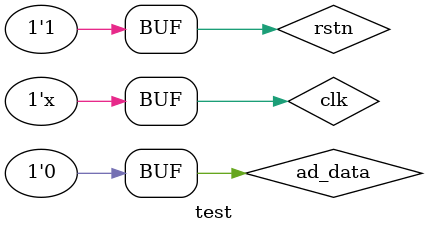
<source format=v>
`timescale 1ns/1ps

module test;

	// Inputs
	reg clk;
	reg rstn;
	reg ad_data;

	// Outputs
	wire adcs;
	wire adclk;
	wire [7:0] data;
	wire isdone;

	// Instantiate the Unit Under Test (UUT)
	ad uut (
		.clk(clk), 
		.rstn(rstn), 
		.ad_data(ad_data), 
		.adcs(adcs), 
		.adclk(adclk), 
		.data(data), 
		.isdone(isdone)
	);

	initial begin
		ad_data = 0;
		clk=1'b0;
		rstn = 0;

		// Wait 100 ns for global reset to finish
		#1 rstn = 1;
        
		// Add stimulus here

	end


always #1
begin
	clk=~clk;
	$display("%d, In%m clock=%b",$time,clk);
end


      
endmodule

</source>
